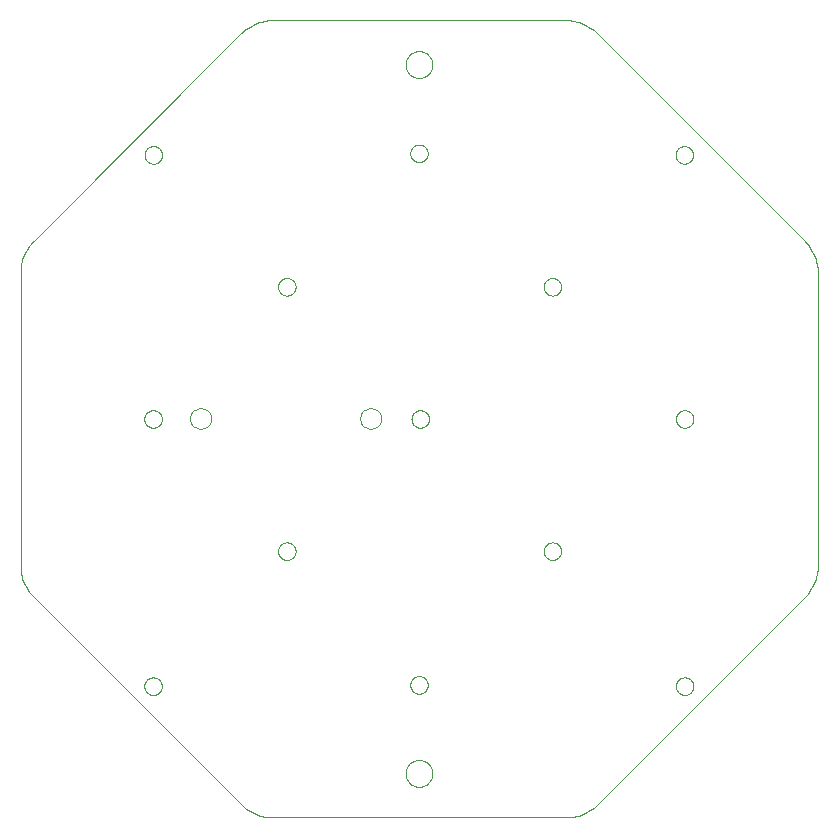
<source format=gbr>
%TF.GenerationSoftware,KiCad,Pcbnew,8.0.5-8.0.5-0~ubuntu24.04.1*%
%TF.CreationDate,2024-09-18T14:46:25+03:00*%
%TF.ProjectId,PMOD1,504d4f44-312e-46b6-9963-61645f706362,rev?*%
%TF.SameCoordinates,Original*%
%TF.FileFunction,Profile,NP*%
%FSLAX46Y46*%
G04 Gerber Fmt 4.6, Leading zero omitted, Abs format (unit mm)*
G04 Created by KiCad (PCBNEW 8.0.5-8.0.5-0~ubuntu24.04.1) date 2024-09-18 14:46:25*
%MOMM*%
%LPD*%
G01*
G04 APERTURE LIST*
%TA.AperFunction,Profile*%
%ADD10C,0.100000*%
%TD*%
G04 APERTURE END LIST*
D10*
X164820659Y-102352344D02*
X164858282Y-102355205D01*
X164895358Y-102359916D01*
X164931840Y-102366431D01*
X164967682Y-102374703D01*
X165002837Y-102384686D01*
X165037259Y-102396333D01*
X165070902Y-102409598D01*
X165103718Y-102424434D01*
X165135661Y-102440794D01*
X165166685Y-102458632D01*
X165196743Y-102477902D01*
X165225788Y-102498557D01*
X165253774Y-102520549D01*
X165280655Y-102543834D01*
X165306384Y-102568364D01*
X165330914Y-102594093D01*
X165354198Y-102620973D01*
X165376191Y-102648960D01*
X165396846Y-102678005D01*
X165416116Y-102708063D01*
X165433954Y-102739087D01*
X165450314Y-102771030D01*
X165465150Y-102803846D01*
X165478415Y-102837489D01*
X165490062Y-102871911D01*
X165500045Y-102907067D01*
X165508317Y-102942909D01*
X165514832Y-102979391D01*
X165519544Y-103016467D01*
X165522404Y-103054090D01*
X165523368Y-103092213D01*
X165522404Y-103130336D01*
X165519544Y-103167959D01*
X165514832Y-103205035D01*
X165508317Y-103241517D01*
X165500045Y-103277360D01*
X165490062Y-103312515D01*
X165478415Y-103346937D01*
X165465150Y-103380580D01*
X165450314Y-103413396D01*
X165433954Y-103445339D01*
X165416116Y-103476363D01*
X165396846Y-103506421D01*
X165376191Y-103535466D01*
X165354198Y-103563453D01*
X165330914Y-103590333D01*
X165306384Y-103616062D01*
X165280655Y-103640592D01*
X165253774Y-103663877D01*
X165225788Y-103685870D01*
X165196743Y-103706524D01*
X165166685Y-103725794D01*
X165135661Y-103743632D01*
X165103718Y-103759993D01*
X165070902Y-103774828D01*
X165037259Y-103788093D01*
X165002837Y-103799740D01*
X164967682Y-103809723D01*
X164931840Y-103817995D01*
X164895358Y-103824510D01*
X164858282Y-103829222D01*
X164820659Y-103832082D01*
X164782536Y-103833046D01*
X164744413Y-103832082D01*
X164706790Y-103829222D01*
X164669714Y-103824510D01*
X164633232Y-103817995D01*
X164597390Y-103809723D01*
X164562234Y-103799740D01*
X164527812Y-103788093D01*
X164494170Y-103774828D01*
X164461354Y-103759993D01*
X164429410Y-103743632D01*
X164398387Y-103725794D01*
X164368329Y-103706524D01*
X164339283Y-103685870D01*
X164311297Y-103663877D01*
X164284416Y-103640592D01*
X164258687Y-103616062D01*
X164234157Y-103590333D01*
X164210873Y-103563453D01*
X164188880Y-103535466D01*
X164168225Y-103506421D01*
X164148955Y-103476363D01*
X164131117Y-103445339D01*
X164114757Y-103413396D01*
X164099921Y-103380580D01*
X164086656Y-103346937D01*
X164075009Y-103312515D01*
X164065026Y-103277360D01*
X164056754Y-103241517D01*
X164050239Y-103205035D01*
X164045528Y-103167959D01*
X164042667Y-103130336D01*
X164041703Y-103092213D01*
X164042667Y-103054090D01*
X164045528Y-103016467D01*
X164050239Y-102979391D01*
X164056754Y-102942909D01*
X164065026Y-102907067D01*
X164075009Y-102871911D01*
X164086656Y-102837489D01*
X164099921Y-102803846D01*
X164114757Y-102771030D01*
X164131117Y-102739087D01*
X164148955Y-102708063D01*
X164168225Y-102678005D01*
X164188880Y-102648960D01*
X164210873Y-102620973D01*
X164234157Y-102594093D01*
X164258687Y-102568364D01*
X164284416Y-102543834D01*
X164311297Y-102520549D01*
X164339283Y-102498557D01*
X164368329Y-102477902D01*
X164398387Y-102458632D01*
X164429410Y-102440794D01*
X164461354Y-102424434D01*
X164494170Y-102409598D01*
X164527812Y-102396333D01*
X164562234Y-102384686D01*
X164597390Y-102374703D01*
X164633232Y-102366431D01*
X164669714Y-102359916D01*
X164706790Y-102355205D01*
X164744413Y-102352344D01*
X164782536Y-102351380D01*
X164820659Y-102352344D01*
X131139203Y-113544219D02*
X131176826Y-113547080D01*
X131213902Y-113551791D01*
X131250384Y-113558306D01*
X131286226Y-113566579D01*
X131321381Y-113576561D01*
X131355804Y-113588209D01*
X131389446Y-113601473D01*
X131422262Y-113616309D01*
X131454206Y-113632669D01*
X131485229Y-113650508D01*
X131515287Y-113669777D01*
X131544333Y-113690432D01*
X131572319Y-113712425D01*
X131599200Y-113735710D01*
X131624928Y-113760240D01*
X131649458Y-113785968D01*
X131672743Y-113812849D01*
X131694736Y-113840835D01*
X131715391Y-113869881D01*
X131734660Y-113899939D01*
X131752499Y-113930962D01*
X131768859Y-113962906D01*
X131783695Y-113995722D01*
X131796959Y-114029364D01*
X131808607Y-114063787D01*
X131818589Y-114098942D01*
X131826862Y-114134784D01*
X131833377Y-114171266D01*
X131838088Y-114208342D01*
X131840949Y-114245965D01*
X131841913Y-114284089D01*
X131840949Y-114322212D01*
X131838088Y-114359835D01*
X131833377Y-114396911D01*
X131826862Y-114433393D01*
X131818589Y-114469235D01*
X131808607Y-114504390D01*
X131796959Y-114538813D01*
X131783695Y-114572455D01*
X131768859Y-114605271D01*
X131752499Y-114637215D01*
X131734660Y-114668238D01*
X131715391Y-114698296D01*
X131694736Y-114727342D01*
X131672743Y-114755328D01*
X131649458Y-114782209D01*
X131624928Y-114807938D01*
X131599200Y-114832467D01*
X131572319Y-114855752D01*
X131544333Y-114877745D01*
X131515287Y-114898400D01*
X131485229Y-114917669D01*
X131454206Y-114935508D01*
X131422262Y-114951868D01*
X131389446Y-114966704D01*
X131355804Y-114979968D01*
X131321381Y-114991616D01*
X131286226Y-115001599D01*
X131250384Y-115009871D01*
X131213902Y-115016386D01*
X131176826Y-115021097D01*
X131139203Y-115023958D01*
X131101079Y-115024922D01*
X131062956Y-115023958D01*
X131025333Y-115021097D01*
X130988257Y-115016386D01*
X130951775Y-115009871D01*
X130915933Y-115001599D01*
X130880778Y-114991616D01*
X130846355Y-114979968D01*
X130812713Y-114966704D01*
X130779897Y-114951868D01*
X130747953Y-114935508D01*
X130716930Y-114917669D01*
X130686872Y-114898400D01*
X130657826Y-114877745D01*
X130629840Y-114855752D01*
X130602959Y-114832467D01*
X130577230Y-114807938D01*
X130552701Y-114782209D01*
X130529416Y-114755328D01*
X130507423Y-114727342D01*
X130486768Y-114698296D01*
X130467499Y-114668238D01*
X130449660Y-114637215D01*
X130433300Y-114605271D01*
X130418464Y-114572455D01*
X130405200Y-114538813D01*
X130393552Y-114504390D01*
X130383569Y-114469235D01*
X130375297Y-114433393D01*
X130368782Y-114396911D01*
X130364071Y-114359835D01*
X130361210Y-114322212D01*
X130360246Y-114284089D01*
X130361210Y-114245965D01*
X130364071Y-114208342D01*
X130368782Y-114171266D01*
X130375297Y-114134784D01*
X130383569Y-114098942D01*
X130393552Y-114063787D01*
X130405200Y-114029364D01*
X130418464Y-113995722D01*
X130433300Y-113962906D01*
X130449660Y-113930962D01*
X130467499Y-113899939D01*
X130486768Y-113869881D01*
X130507423Y-113840835D01*
X130529416Y-113812849D01*
X130552701Y-113785968D01*
X130577230Y-113760240D01*
X130602959Y-113735710D01*
X130629840Y-113712425D01*
X130657826Y-113690432D01*
X130686872Y-113669777D01*
X130716930Y-113650508D01*
X130747953Y-113632669D01*
X130779897Y-113616309D01*
X130812713Y-113601473D01*
X130846355Y-113588209D01*
X130880778Y-113576561D01*
X130915933Y-113566579D01*
X130951775Y-113558306D01*
X130988257Y-113551791D01*
X131025333Y-113547080D01*
X131062956Y-113544219D01*
X131101079Y-113543255D01*
X131139203Y-113544219D01*
X119841496Y-79995055D02*
X119879119Y-79997916D01*
X119916195Y-80002627D01*
X119952677Y-80009142D01*
X119988519Y-80017415D01*
X120023675Y-80027398D01*
X120058097Y-80039045D01*
X120091739Y-80052310D01*
X120124556Y-80067145D01*
X120156499Y-80083506D01*
X120187523Y-80101344D01*
X120217581Y-80120614D01*
X120246626Y-80141268D01*
X120274612Y-80163261D01*
X120301493Y-80186546D01*
X120327222Y-80211076D01*
X120351752Y-80236805D01*
X120375037Y-80263685D01*
X120397029Y-80291672D01*
X120417684Y-80320717D01*
X120436954Y-80350775D01*
X120454792Y-80381799D01*
X120471152Y-80413742D01*
X120485988Y-80446558D01*
X120499253Y-80480200D01*
X120510900Y-80514623D01*
X120520883Y-80549778D01*
X120529155Y-80585620D01*
X120535670Y-80622102D01*
X120540381Y-80659178D01*
X120543242Y-80696801D01*
X120544206Y-80734924D01*
X120543242Y-80773047D01*
X120540381Y-80810670D01*
X120535670Y-80847745D01*
X120529155Y-80884228D01*
X120520883Y-80920070D01*
X120510900Y-80955225D01*
X120499253Y-80989647D01*
X120485988Y-81023290D01*
X120471152Y-81056106D01*
X120454792Y-81088049D01*
X120436954Y-81119073D01*
X120417684Y-81149131D01*
X120397029Y-81178176D01*
X120375037Y-81206163D01*
X120351752Y-81233043D01*
X120327222Y-81258772D01*
X120301493Y-81283302D01*
X120274612Y-81306587D01*
X120246626Y-81328580D01*
X120217581Y-81349234D01*
X120187523Y-81368504D01*
X120156499Y-81386343D01*
X120124556Y-81402703D01*
X120091739Y-81417539D01*
X120058097Y-81430803D01*
X120023675Y-81442451D01*
X119988519Y-81452434D01*
X119952677Y-81460706D01*
X119916195Y-81467221D01*
X119879119Y-81471932D01*
X119841496Y-81474793D01*
X119803373Y-81475757D01*
X119765249Y-81474793D01*
X119727627Y-81471932D01*
X119690551Y-81467221D01*
X119654069Y-81460706D01*
X119618226Y-81452434D01*
X119583071Y-81442451D01*
X119548649Y-81430803D01*
X119515006Y-81417539D01*
X119482190Y-81402703D01*
X119450247Y-81386343D01*
X119419223Y-81368504D01*
X119389165Y-81349234D01*
X119360120Y-81328580D01*
X119332133Y-81306587D01*
X119305252Y-81283302D01*
X119279524Y-81258772D01*
X119254994Y-81233043D01*
X119231709Y-81206163D01*
X119209716Y-81178176D01*
X119189062Y-81149131D01*
X119169792Y-81119073D01*
X119151954Y-81088049D01*
X119135593Y-81056106D01*
X119120758Y-81023290D01*
X119107493Y-80989647D01*
X119095846Y-80955225D01*
X119085863Y-80920070D01*
X119077591Y-80884228D01*
X119071076Y-80847745D01*
X119066364Y-80810670D01*
X119063504Y-80773047D01*
X119062540Y-80734924D01*
X119063504Y-80696801D01*
X119066364Y-80659178D01*
X119071076Y-80622102D01*
X119077591Y-80585620D01*
X119085863Y-80549778D01*
X119095846Y-80514623D01*
X119107493Y-80480200D01*
X119120758Y-80446558D01*
X119135593Y-80413742D01*
X119151954Y-80381799D01*
X119169792Y-80350775D01*
X119189062Y-80320717D01*
X119209716Y-80291672D01*
X119231709Y-80263685D01*
X119254994Y-80236805D01*
X119279524Y-80211076D01*
X119305252Y-80186546D01*
X119332133Y-80163261D01*
X119360120Y-80141268D01*
X119389165Y-80120614D01*
X119419223Y-80101344D01*
X119450247Y-80083506D01*
X119482190Y-80067145D01*
X119515006Y-80052310D01*
X119548649Y-80039045D01*
X119583071Y-80027398D01*
X119618226Y-80017415D01*
X119654069Y-80009142D01*
X119690551Y-80002627D01*
X119727627Y-79997916D01*
X119765249Y-79995055D01*
X119803373Y-79994091D01*
X119841496Y-79995055D01*
X154911563Y-69336014D02*
X155093826Y-69349831D01*
X155274848Y-69372717D01*
X155454321Y-69404556D01*
X155631933Y-69445232D01*
X155807374Y-69494629D01*
X155980335Y-69552629D01*
X156150506Y-69619117D01*
X156317576Y-69693977D01*
X156481235Y-69777092D01*
X156641174Y-69868346D01*
X156797082Y-69967623D01*
X156948649Y-70074806D01*
X157095565Y-70189780D01*
X157237520Y-70312427D01*
X157374204Y-70442633D01*
X174942536Y-88037424D01*
X175072742Y-88169458D01*
X175195389Y-88307382D01*
X175310363Y-88450887D01*
X175417546Y-88599664D01*
X175516823Y-88753401D01*
X175608077Y-88911789D01*
X175691192Y-89074518D01*
X175766052Y-89241278D01*
X175832540Y-89411758D01*
X175890540Y-89585649D01*
X175939937Y-89762641D01*
X175980612Y-89942423D01*
X176012452Y-90124686D01*
X176035338Y-90309119D01*
X176049155Y-90495413D01*
X176053786Y-90683257D01*
X176053786Y-115527634D01*
X176049155Y-115710827D01*
X176035338Y-115893090D01*
X176012452Y-116074112D01*
X175980612Y-116253584D01*
X175939937Y-116431196D01*
X175890540Y-116606638D01*
X175832540Y-116779599D01*
X175766052Y-116949769D01*
X175691192Y-117116839D01*
X175608077Y-117280498D01*
X175516823Y-117440436D01*
X175417546Y-117596344D01*
X175310363Y-117747911D01*
X175195389Y-117894827D01*
X175072742Y-118036782D01*
X174942536Y-118173466D01*
X157374204Y-135741795D01*
X157237513Y-135871993D01*
X157095513Y-135994595D01*
X156948474Y-136109445D01*
X156796668Y-136216389D01*
X156640366Y-136315271D01*
X156479839Y-136405937D01*
X156315360Y-136488232D01*
X156147198Y-136562000D01*
X155975626Y-136627086D01*
X155800914Y-136683336D01*
X155623335Y-136730595D01*
X155443158Y-136768707D01*
X155260656Y-136797517D01*
X155076101Y-136816871D01*
X154889762Y-136826613D01*
X154701911Y-136826588D01*
X129883993Y-136826588D01*
X129700800Y-136821957D01*
X129518538Y-136808140D01*
X129337516Y-136785254D01*
X129158044Y-136753414D01*
X128980432Y-136712739D01*
X128804991Y-136663343D01*
X128632030Y-136605342D01*
X128461859Y-136538854D01*
X128294789Y-136463994D01*
X128131130Y-136380879D01*
X127971191Y-136289625D01*
X127815283Y-136190348D01*
X127663716Y-136083164D01*
X127516800Y-135968190D01*
X127374845Y-135845542D01*
X127238161Y-135715336D01*
X109669832Y-118147007D01*
X109539626Y-118014974D01*
X109416978Y-117877049D01*
X109302004Y-117733543D01*
X109194820Y-117584767D01*
X109095543Y-117431029D01*
X109004289Y-117272641D01*
X108921174Y-117109912D01*
X108846314Y-116943153D01*
X108779826Y-116772673D01*
X108721825Y-116598782D01*
X108672429Y-116421790D01*
X108631754Y-116242008D01*
X108599914Y-116059746D01*
X108577028Y-115875313D01*
X108563211Y-115689019D01*
X108558580Y-115501175D01*
X108558580Y-90656798D01*
X108563211Y-90473605D01*
X108577028Y-90291342D01*
X108599914Y-90110320D01*
X108631754Y-89930847D01*
X108672429Y-89753235D01*
X108721825Y-89577794D01*
X108779826Y-89404833D01*
X108846314Y-89234662D01*
X108921174Y-89067592D01*
X109004289Y-88903933D01*
X109095543Y-88743994D01*
X109194820Y-88588086D01*
X109302004Y-88436519D01*
X109416978Y-88289603D01*
X109539626Y-88147648D01*
X109669832Y-88010964D01*
X127238161Y-70442633D01*
X127370194Y-70312427D01*
X127508119Y-70189780D01*
X127651625Y-70074806D01*
X127800401Y-69967623D01*
X127954139Y-69868346D01*
X128112527Y-69777092D01*
X128275256Y-69693977D01*
X128442015Y-69619117D01*
X128612495Y-69552629D01*
X128786386Y-69494629D01*
X128963378Y-69445232D01*
X129143160Y-69404556D01*
X129325422Y-69372717D01*
X129509855Y-69349831D01*
X129696149Y-69336014D01*
X129883993Y-69331383D01*
X154728370Y-69331383D01*
X154911563Y-69336014D01*
X119815037Y-124974216D02*
X119852660Y-124977077D01*
X119889735Y-124981788D01*
X119926217Y-124988303D01*
X119962059Y-124996575D01*
X119997215Y-125006558D01*
X120031637Y-125018206D01*
X120065279Y-125031470D01*
X120098095Y-125046306D01*
X120130038Y-125062667D01*
X120161062Y-125080505D01*
X120191120Y-125099775D01*
X120220166Y-125120430D01*
X120248152Y-125142423D01*
X120275033Y-125165708D01*
X120300762Y-125190238D01*
X120325292Y-125215967D01*
X120348577Y-125242848D01*
X120370570Y-125270834D01*
X120391224Y-125299880D01*
X120410494Y-125329938D01*
X120428332Y-125360962D01*
X120444693Y-125392905D01*
X120459529Y-125425722D01*
X120472794Y-125459364D01*
X120484441Y-125493787D01*
X120494424Y-125528942D01*
X120502696Y-125564784D01*
X120509211Y-125601267D01*
X120513923Y-125638343D01*
X120516783Y-125675965D01*
X120517747Y-125714089D01*
X120516783Y-125752212D01*
X120513923Y-125789834D01*
X120509211Y-125826910D01*
X120502696Y-125863392D01*
X120494424Y-125899234D01*
X120484441Y-125934389D01*
X120472794Y-125968811D01*
X120459529Y-126002454D01*
X120444693Y-126035270D01*
X120428332Y-126067213D01*
X120410494Y-126098237D01*
X120391224Y-126128295D01*
X120370570Y-126157340D01*
X120348577Y-126185327D01*
X120325292Y-126212208D01*
X120300762Y-126237936D01*
X120275033Y-126262466D01*
X120248152Y-126285751D01*
X120220166Y-126307744D01*
X120191120Y-126328399D01*
X120161062Y-126347669D01*
X120130038Y-126365507D01*
X120098095Y-126381868D01*
X120065279Y-126396704D01*
X120031637Y-126409968D01*
X119997215Y-126421616D01*
X119962059Y-126431599D01*
X119926217Y-126439871D01*
X119889735Y-126446386D01*
X119852660Y-126451097D01*
X119815037Y-126453958D01*
X119776914Y-126454922D01*
X119738791Y-126453958D01*
X119701168Y-126451097D01*
X119664092Y-126446386D01*
X119627610Y-126439871D01*
X119591767Y-126431599D01*
X119556612Y-126421616D01*
X119522189Y-126409968D01*
X119488547Y-126396704D01*
X119455731Y-126381868D01*
X119423787Y-126365507D01*
X119392763Y-126347669D01*
X119362705Y-126328399D01*
X119333659Y-126307744D01*
X119305673Y-126285751D01*
X119278792Y-126262466D01*
X119253063Y-126237936D01*
X119228533Y-126212208D01*
X119205248Y-126185327D01*
X119183255Y-126157340D01*
X119162600Y-126128295D01*
X119143331Y-126098237D01*
X119125492Y-126067213D01*
X119109132Y-126035270D01*
X119094296Y-126002454D01*
X119081031Y-125968811D01*
X119069384Y-125934389D01*
X119059401Y-125899234D01*
X119051128Y-125863392D01*
X119044613Y-125826910D01*
X119039902Y-125789834D01*
X119037041Y-125752212D01*
X119036077Y-125714089D01*
X119037041Y-125675965D01*
X119039902Y-125638343D01*
X119044613Y-125601267D01*
X119051128Y-125564784D01*
X119059401Y-125528942D01*
X119069384Y-125493787D01*
X119081031Y-125459364D01*
X119094296Y-125425722D01*
X119109132Y-125392905D01*
X119125492Y-125360962D01*
X119143331Y-125329938D01*
X119162600Y-125299880D01*
X119183255Y-125270834D01*
X119205248Y-125242848D01*
X119228533Y-125215967D01*
X119253063Y-125190238D01*
X119278792Y-125165708D01*
X119305673Y-125142423D01*
X119333659Y-125120430D01*
X119362705Y-125099775D01*
X119392763Y-125080505D01*
X119423787Y-125062667D01*
X119455731Y-125046306D01*
X119488547Y-125031470D01*
X119522189Y-125018206D01*
X119556612Y-125006558D01*
X119591767Y-124996575D01*
X119627610Y-124988303D01*
X119664092Y-124981788D01*
X119701168Y-124977077D01*
X119738791Y-124974216D01*
X119776914Y-124973252D01*
X119815037Y-124974216D01*
X119815037Y-102352344D02*
X119852660Y-102355205D01*
X119889735Y-102359916D01*
X119926217Y-102366431D01*
X119962059Y-102374703D01*
X119997215Y-102384686D01*
X120031637Y-102396333D01*
X120065279Y-102409598D01*
X120098095Y-102424434D01*
X120130038Y-102440794D01*
X120161062Y-102458632D01*
X120191120Y-102477902D01*
X120220166Y-102498557D01*
X120248152Y-102520549D01*
X120275033Y-102543834D01*
X120300762Y-102568364D01*
X120325292Y-102594093D01*
X120348577Y-102620973D01*
X120370570Y-102648960D01*
X120391224Y-102678005D01*
X120410494Y-102708063D01*
X120428332Y-102739087D01*
X120444693Y-102771030D01*
X120459529Y-102803846D01*
X120472794Y-102837489D01*
X120484441Y-102871911D01*
X120494424Y-102907067D01*
X120502696Y-102942909D01*
X120509211Y-102979391D01*
X120513923Y-103016467D01*
X120516783Y-103054090D01*
X120517747Y-103092213D01*
X120516783Y-103130336D01*
X120513923Y-103167959D01*
X120509211Y-103205035D01*
X120502696Y-103241517D01*
X120494424Y-103277360D01*
X120484441Y-103312515D01*
X120472794Y-103346937D01*
X120459529Y-103380580D01*
X120444693Y-103413396D01*
X120428332Y-103445339D01*
X120410494Y-103476363D01*
X120391224Y-103506421D01*
X120370570Y-103535466D01*
X120348577Y-103563453D01*
X120325292Y-103590333D01*
X120300762Y-103616062D01*
X120275033Y-103640592D01*
X120248152Y-103663877D01*
X120220166Y-103685870D01*
X120191120Y-103706524D01*
X120161062Y-103725794D01*
X120130038Y-103743632D01*
X120098095Y-103759993D01*
X120065279Y-103774828D01*
X120031637Y-103788093D01*
X119997215Y-103799740D01*
X119962059Y-103809723D01*
X119926217Y-103817995D01*
X119889735Y-103824510D01*
X119852660Y-103829222D01*
X119815037Y-103832082D01*
X119776914Y-103833046D01*
X119738791Y-103832082D01*
X119701168Y-103829222D01*
X119664092Y-103824510D01*
X119627610Y-103817995D01*
X119591767Y-103809723D01*
X119556612Y-103799740D01*
X119522189Y-103788093D01*
X119488547Y-103774828D01*
X119455731Y-103759993D01*
X119423787Y-103743632D01*
X119392763Y-103725794D01*
X119362705Y-103706524D01*
X119333659Y-103685870D01*
X119305673Y-103663877D01*
X119278792Y-103640592D01*
X119253063Y-103616062D01*
X119228533Y-103590333D01*
X119205248Y-103563453D01*
X119183255Y-103535466D01*
X119162600Y-103506421D01*
X119143331Y-103476363D01*
X119125492Y-103445339D01*
X119109132Y-103413396D01*
X119094296Y-103380580D01*
X119081031Y-103346937D01*
X119069384Y-103312515D01*
X119059401Y-103277360D01*
X119051128Y-103241517D01*
X119044613Y-103205035D01*
X119039902Y-103167959D01*
X119037041Y-103130336D01*
X119036077Y-103092213D01*
X119037041Y-103054090D01*
X119039902Y-103016467D01*
X119044613Y-102979391D01*
X119051128Y-102942909D01*
X119059401Y-102907067D01*
X119069384Y-102871911D01*
X119081031Y-102837489D01*
X119094296Y-102803846D01*
X119109132Y-102771030D01*
X119125492Y-102739087D01*
X119143331Y-102708063D01*
X119162600Y-102678005D01*
X119183255Y-102648960D01*
X119205248Y-102620973D01*
X119228533Y-102594093D01*
X119253063Y-102568364D01*
X119278792Y-102543834D01*
X119305673Y-102520549D01*
X119333659Y-102498557D01*
X119362705Y-102477902D01*
X119392763Y-102458632D01*
X119423787Y-102440794D01*
X119455731Y-102424434D01*
X119488547Y-102409598D01*
X119522189Y-102396333D01*
X119556612Y-102384686D01*
X119591767Y-102374703D01*
X119627610Y-102366431D01*
X119664092Y-102359916D01*
X119701168Y-102355205D01*
X119738791Y-102352344D01*
X119776914Y-102351380D01*
X119815037Y-102352344D01*
X142351501Y-131959737D02*
X142409279Y-131964130D01*
X142466217Y-131971365D01*
X142522244Y-131981370D01*
X142577287Y-131994074D01*
X142631275Y-132009405D01*
X142684138Y-132027292D01*
X142735803Y-132047663D01*
X142786199Y-132070447D01*
X142835255Y-132095571D01*
X142882899Y-132122966D01*
X142929059Y-132152559D01*
X142973665Y-132184279D01*
X143016644Y-132218053D01*
X143057925Y-132253812D01*
X143097436Y-132291483D01*
X143135107Y-132330995D01*
X143170866Y-132372277D01*
X143204641Y-132415256D01*
X143236360Y-132459861D01*
X143265953Y-132506022D01*
X143293347Y-132553666D01*
X143318472Y-132602722D01*
X143341256Y-132653118D01*
X143361626Y-132704783D01*
X143379513Y-132757646D01*
X143394844Y-132811635D01*
X143407548Y-132866678D01*
X143417553Y-132922704D01*
X143424788Y-132979642D01*
X143429181Y-133037420D01*
X143430662Y-133095967D01*
X143429181Y-133154513D01*
X143424788Y-133212290D01*
X143417553Y-133269227D01*
X143407548Y-133325253D01*
X143394844Y-133380296D01*
X143379513Y-133434284D01*
X143361626Y-133487146D01*
X143341256Y-133538811D01*
X143318472Y-133589207D01*
X143293347Y-133638263D01*
X143265953Y-133685906D01*
X143236360Y-133732066D01*
X143204641Y-133776672D01*
X143170866Y-133819651D01*
X143135107Y-133860932D01*
X143097436Y-133900443D01*
X143057925Y-133938114D01*
X143016644Y-133973873D01*
X142973665Y-134007648D01*
X142929059Y-134039367D01*
X142882899Y-134068960D01*
X142835255Y-134096355D01*
X142786199Y-134121479D01*
X142735803Y-134144263D01*
X142684138Y-134164634D01*
X142631275Y-134182521D01*
X142577287Y-134197852D01*
X142522244Y-134210556D01*
X142466217Y-134220561D01*
X142409279Y-134227796D01*
X142351501Y-134232189D01*
X142292955Y-134233670D01*
X142234408Y-134232189D01*
X142176630Y-134227796D01*
X142119692Y-134220561D01*
X142063666Y-134210556D01*
X142008623Y-134197852D01*
X141954634Y-134182521D01*
X141901771Y-134164634D01*
X141850106Y-134144263D01*
X141799710Y-134121479D01*
X141750654Y-134096355D01*
X141703010Y-134068960D01*
X141656849Y-134039367D01*
X141612244Y-134007648D01*
X141569265Y-133973873D01*
X141527983Y-133938114D01*
X141488472Y-133900443D01*
X141450800Y-133860932D01*
X141415042Y-133819651D01*
X141381267Y-133776672D01*
X141349547Y-133732066D01*
X141319954Y-133685906D01*
X141292560Y-133638263D01*
X141267435Y-133589207D01*
X141244651Y-133538811D01*
X141224280Y-133487146D01*
X141206393Y-133434284D01*
X141191062Y-133380296D01*
X141178359Y-133325253D01*
X141168353Y-133269227D01*
X141161118Y-133212290D01*
X141156725Y-133154513D01*
X141155244Y-133095967D01*
X141156725Y-133037420D01*
X141161118Y-132979642D01*
X141168353Y-132922704D01*
X141178359Y-132866678D01*
X141191062Y-132811635D01*
X141206393Y-132757646D01*
X141224280Y-132704783D01*
X141244651Y-132653118D01*
X141267435Y-132602722D01*
X141292560Y-132553666D01*
X141319954Y-132506022D01*
X141349547Y-132459861D01*
X141381267Y-132415256D01*
X141415042Y-132372277D01*
X141450800Y-132330995D01*
X141488472Y-132291483D01*
X141527983Y-132253812D01*
X141569265Y-132218053D01*
X141612244Y-132184279D01*
X141656849Y-132152559D01*
X141703010Y-132122966D01*
X141750654Y-132095571D01*
X141799710Y-132070447D01*
X141850106Y-132047663D01*
X141901771Y-132027292D01*
X141954634Y-132009405D01*
X142008623Y-131994074D01*
X142063666Y-131981370D01*
X142119692Y-131971365D01*
X142176630Y-131964130D01*
X142234408Y-131959737D01*
X142292955Y-131958256D01*
X142351501Y-131959737D01*
X142351501Y-71952238D02*
X142409279Y-71956631D01*
X142466217Y-71963866D01*
X142522244Y-71973872D01*
X142577287Y-71986575D01*
X142631275Y-72001907D01*
X142684138Y-72019793D01*
X142735803Y-72040164D01*
X142786199Y-72062948D01*
X142835255Y-72088073D01*
X142882899Y-72115467D01*
X142929059Y-72145060D01*
X142973665Y-72176780D01*
X143016644Y-72210555D01*
X143057925Y-72246313D01*
X143097436Y-72283984D01*
X143135107Y-72323496D01*
X143170866Y-72364778D01*
X143204641Y-72407757D01*
X143236360Y-72452362D01*
X143265953Y-72498523D01*
X143293347Y-72546166D01*
X143318472Y-72595222D01*
X143341256Y-72645618D01*
X143361626Y-72697283D01*
X143379513Y-72750146D01*
X143394844Y-72804135D01*
X143407548Y-72859178D01*
X143417553Y-72915204D01*
X143424788Y-72972142D01*
X143429181Y-73029919D01*
X143430662Y-73088466D01*
X143429181Y-73147012D01*
X143424788Y-73204790D01*
X143417553Y-73261727D01*
X143407548Y-73317754D01*
X143394844Y-73372797D01*
X143379513Y-73426785D01*
X143361626Y-73479648D01*
X143341256Y-73531313D01*
X143318472Y-73581709D01*
X143293347Y-73630765D01*
X143265953Y-73678409D01*
X143236360Y-73724569D01*
X143204641Y-73769175D01*
X143170866Y-73812154D01*
X143135107Y-73853435D01*
X143097436Y-73892947D01*
X143057925Y-73930618D01*
X143016644Y-73966377D01*
X142973665Y-74000152D01*
X142929059Y-74031871D01*
X142882899Y-74061464D01*
X142835255Y-74088859D01*
X142786199Y-74113983D01*
X142735803Y-74136767D01*
X142684138Y-74157138D01*
X142631275Y-74175025D01*
X142577287Y-74190356D01*
X142522244Y-74203060D01*
X142466217Y-74213065D01*
X142409279Y-74220300D01*
X142351501Y-74224693D01*
X142292955Y-74226174D01*
X142234408Y-74224693D01*
X142176630Y-74220300D01*
X142119692Y-74213065D01*
X142063666Y-74203060D01*
X142008623Y-74190356D01*
X141954634Y-74175025D01*
X141901771Y-74157138D01*
X141850106Y-74136767D01*
X141799710Y-74113983D01*
X141750654Y-74088859D01*
X141703010Y-74061464D01*
X141656849Y-74031871D01*
X141612244Y-74000152D01*
X141569265Y-73966377D01*
X141527983Y-73930618D01*
X141488472Y-73892947D01*
X141450800Y-73853435D01*
X141415042Y-73812154D01*
X141381267Y-73769175D01*
X141349547Y-73724569D01*
X141319954Y-73678409D01*
X141292560Y-73630765D01*
X141267435Y-73581709D01*
X141244651Y-73531313D01*
X141224280Y-73479648D01*
X141206393Y-73426785D01*
X141191062Y-73372797D01*
X141178359Y-73317754D01*
X141168353Y-73261727D01*
X141161118Y-73204790D01*
X141156725Y-73147012D01*
X141155244Y-73088466D01*
X141156725Y-73029919D01*
X141161118Y-72972142D01*
X141168353Y-72915204D01*
X141178359Y-72859178D01*
X141191062Y-72804135D01*
X141206393Y-72750146D01*
X141224280Y-72697283D01*
X141244651Y-72645618D01*
X141267435Y-72595222D01*
X141292560Y-72546166D01*
X141319954Y-72498523D01*
X141349547Y-72452362D01*
X141381267Y-72407757D01*
X141415042Y-72364778D01*
X141450800Y-72323496D01*
X141488472Y-72283984D01*
X141527983Y-72246313D01*
X141569265Y-72210555D01*
X141612244Y-72176780D01*
X141656849Y-72145060D01*
X141703010Y-72115467D01*
X141750654Y-72088073D01*
X141799710Y-72062948D01*
X141850106Y-72040164D01*
X141901771Y-72019793D01*
X141954634Y-72001907D01*
X142008623Y-71986575D01*
X142063666Y-71973872D01*
X142119692Y-71963866D01*
X142176630Y-71956631D01*
X142234408Y-71952238D01*
X142292955Y-71950757D01*
X142351501Y-71952238D01*
X142331078Y-124868385D02*
X142368701Y-124871245D01*
X142405777Y-124875957D01*
X142442259Y-124882472D01*
X142478101Y-124890744D01*
X142513257Y-124900727D01*
X142547679Y-124912374D01*
X142581322Y-124925639D01*
X142614138Y-124940475D01*
X142646081Y-124956836D01*
X142677105Y-124974674D01*
X142707163Y-124993944D01*
X142736208Y-125014598D01*
X142764195Y-125036591D01*
X142791075Y-125059876D01*
X142816804Y-125084406D01*
X142841334Y-125110135D01*
X142864619Y-125137016D01*
X142886611Y-125165002D01*
X142907266Y-125194048D01*
X142926536Y-125224106D01*
X142944374Y-125255130D01*
X142960734Y-125287073D01*
X142975570Y-125319889D01*
X142988835Y-125353531D01*
X143000482Y-125387953D01*
X143010465Y-125423109D01*
X143018737Y-125458951D01*
X143025252Y-125495433D01*
X143029963Y-125532508D01*
X143032824Y-125570131D01*
X143033788Y-125608254D01*
X143032824Y-125646377D01*
X143029963Y-125684000D01*
X143025252Y-125721076D01*
X143018737Y-125757558D01*
X143010465Y-125793401D01*
X143000482Y-125828556D01*
X142988835Y-125862979D01*
X142975570Y-125896621D01*
X142960734Y-125929437D01*
X142944374Y-125961381D01*
X142926536Y-125992405D01*
X142907266Y-126022463D01*
X142886611Y-126051509D01*
X142864619Y-126079495D01*
X142841334Y-126106376D01*
X142816804Y-126132105D01*
X142791075Y-126156635D01*
X142764195Y-126179920D01*
X142736208Y-126201913D01*
X142707163Y-126222568D01*
X142677105Y-126241837D01*
X142646081Y-126259676D01*
X142614138Y-126276036D01*
X142581322Y-126290872D01*
X142547679Y-126304137D01*
X142513257Y-126315784D01*
X142478101Y-126325767D01*
X142442259Y-126334040D01*
X142405777Y-126340555D01*
X142368701Y-126345266D01*
X142331078Y-126348127D01*
X142292955Y-126349091D01*
X142254832Y-126348127D01*
X142217209Y-126345266D01*
X142180133Y-126340555D01*
X142143651Y-126334040D01*
X142107808Y-126325767D01*
X142072653Y-126315784D01*
X142038231Y-126304137D01*
X142004588Y-126290872D01*
X141971772Y-126276036D01*
X141939829Y-126259676D01*
X141908805Y-126241837D01*
X141878747Y-126222568D01*
X141849702Y-126201913D01*
X141821715Y-126179920D01*
X141794835Y-126156635D01*
X141769106Y-126132105D01*
X141744576Y-126106376D01*
X141721291Y-126079495D01*
X141699298Y-126051509D01*
X141678644Y-126022463D01*
X141659374Y-125992405D01*
X141641536Y-125961381D01*
X141625175Y-125929437D01*
X141610340Y-125896621D01*
X141597075Y-125862979D01*
X141585428Y-125828556D01*
X141575445Y-125793401D01*
X141567173Y-125757558D01*
X141560658Y-125721076D01*
X141555946Y-125684000D01*
X141553086Y-125646377D01*
X141552122Y-125608254D01*
X141553086Y-125570131D01*
X141555946Y-125532508D01*
X141560658Y-125495433D01*
X141567173Y-125458951D01*
X141575445Y-125423109D01*
X141585428Y-125387953D01*
X141597075Y-125353531D01*
X141610340Y-125319889D01*
X141625175Y-125287073D01*
X141641536Y-125255130D01*
X141659374Y-125224106D01*
X141678644Y-125194048D01*
X141699298Y-125165002D01*
X141721291Y-125137016D01*
X141744576Y-125110135D01*
X141769106Y-125084406D01*
X141794835Y-125059876D01*
X141821715Y-125036591D01*
X141849702Y-125014598D01*
X141878747Y-124993944D01*
X141908805Y-124974674D01*
X141939829Y-124956836D01*
X141971772Y-124940475D01*
X142004588Y-124925639D01*
X142038231Y-124912374D01*
X142072653Y-124900727D01*
X142107808Y-124890744D01*
X142143651Y-124882472D01*
X142180133Y-124875957D01*
X142217209Y-124871245D01*
X142254832Y-124868385D01*
X142292955Y-124867421D01*
X142331078Y-124868385D01*
X164794200Y-79995055D02*
X164831823Y-79997916D01*
X164868899Y-80002627D01*
X164905381Y-80009142D01*
X164941223Y-80017415D01*
X164976379Y-80027398D01*
X165010801Y-80039045D01*
X165044443Y-80052310D01*
X165077259Y-80067145D01*
X165109202Y-80083506D01*
X165140226Y-80101344D01*
X165170284Y-80120614D01*
X165199330Y-80141268D01*
X165227316Y-80163261D01*
X165254197Y-80186546D01*
X165279926Y-80211076D01*
X165304456Y-80236805D01*
X165327740Y-80263685D01*
X165349733Y-80291672D01*
X165370388Y-80320717D01*
X165389658Y-80350775D01*
X165407496Y-80381799D01*
X165423856Y-80413742D01*
X165438692Y-80446558D01*
X165451957Y-80480200D01*
X165463604Y-80514623D01*
X165473587Y-80549778D01*
X165481859Y-80585620D01*
X165488375Y-80622102D01*
X165493086Y-80659178D01*
X165495947Y-80696801D01*
X165496911Y-80734924D01*
X165495947Y-80773047D01*
X165493086Y-80810670D01*
X165488375Y-80847745D01*
X165481859Y-80884228D01*
X165473587Y-80920070D01*
X165463604Y-80955225D01*
X165451957Y-80989647D01*
X165438692Y-81023290D01*
X165423856Y-81056106D01*
X165407496Y-81088049D01*
X165389658Y-81119073D01*
X165370388Y-81149131D01*
X165349733Y-81178176D01*
X165327740Y-81206163D01*
X165304456Y-81233043D01*
X165279926Y-81258772D01*
X165254197Y-81283302D01*
X165227316Y-81306587D01*
X165199330Y-81328580D01*
X165170284Y-81349234D01*
X165140226Y-81368504D01*
X165109202Y-81386343D01*
X165077259Y-81402703D01*
X165044443Y-81417539D01*
X165010801Y-81430803D01*
X164976379Y-81442451D01*
X164941223Y-81452434D01*
X164905381Y-81460706D01*
X164868899Y-81467221D01*
X164831823Y-81471932D01*
X164794200Y-81474793D01*
X164756077Y-81475757D01*
X164717954Y-81474793D01*
X164680331Y-81471932D01*
X164643256Y-81467221D01*
X164606774Y-81460706D01*
X164570932Y-81452434D01*
X164535776Y-81442451D01*
X164501354Y-81430803D01*
X164467712Y-81417539D01*
X164434896Y-81402703D01*
X164402952Y-81386343D01*
X164371928Y-81368504D01*
X164341871Y-81349234D01*
X164312825Y-81328580D01*
X164284839Y-81306587D01*
X164257958Y-81283302D01*
X164232229Y-81258772D01*
X164207700Y-81233043D01*
X164184415Y-81206163D01*
X164162422Y-81178176D01*
X164141767Y-81149131D01*
X164122498Y-81119073D01*
X164104659Y-81088049D01*
X164088299Y-81056106D01*
X164073463Y-81023290D01*
X164060198Y-80989647D01*
X164048551Y-80955225D01*
X164038568Y-80920070D01*
X164030296Y-80884228D01*
X164023781Y-80847745D01*
X164019070Y-80810670D01*
X164016209Y-80773047D01*
X164015245Y-80734924D01*
X164016209Y-80696801D01*
X164019070Y-80659178D01*
X164023781Y-80622102D01*
X164030296Y-80585620D01*
X164038568Y-80549778D01*
X164048551Y-80514623D01*
X164060198Y-80480200D01*
X164073463Y-80446558D01*
X164088299Y-80413742D01*
X164104659Y-80381799D01*
X164122498Y-80350775D01*
X164141767Y-80320717D01*
X164162422Y-80291672D01*
X164184415Y-80263685D01*
X164207700Y-80236805D01*
X164232229Y-80211076D01*
X164257958Y-80186546D01*
X164284839Y-80163261D01*
X164312825Y-80141268D01*
X164341871Y-80120614D01*
X164371928Y-80101344D01*
X164402952Y-80083506D01*
X164434896Y-80067145D01*
X164467712Y-80052310D01*
X164501354Y-80039045D01*
X164535776Y-80027398D01*
X164570932Y-80017415D01*
X164606774Y-80009142D01*
X164643256Y-80002627D01*
X164680331Y-79997916D01*
X164717954Y-79995055D01*
X164756077Y-79994091D01*
X164794200Y-79995055D01*
X131139203Y-91160470D02*
X131176826Y-91163331D01*
X131213902Y-91168042D01*
X131250384Y-91174557D01*
X131286226Y-91182830D01*
X131321381Y-91192813D01*
X131355804Y-91204460D01*
X131389446Y-91217725D01*
X131422262Y-91232561D01*
X131454206Y-91248921D01*
X131485229Y-91266760D01*
X131515287Y-91286029D01*
X131544333Y-91306684D01*
X131572319Y-91328677D01*
X131599200Y-91351962D01*
X131624928Y-91376492D01*
X131649458Y-91402221D01*
X131672743Y-91429101D01*
X131694736Y-91457088D01*
X131715391Y-91486133D01*
X131734660Y-91516191D01*
X131752499Y-91547215D01*
X131768859Y-91579158D01*
X131783695Y-91611975D01*
X131796959Y-91645617D01*
X131808607Y-91680039D01*
X131818589Y-91715194D01*
X131826862Y-91751036D01*
X131833377Y-91787518D01*
X131838088Y-91824594D01*
X131840949Y-91862216D01*
X131841913Y-91900340D01*
X131840949Y-91938463D01*
X131838088Y-91976085D01*
X131833377Y-92013161D01*
X131826862Y-92049643D01*
X131818589Y-92085485D01*
X131808607Y-92120641D01*
X131796959Y-92155063D01*
X131783695Y-92188706D01*
X131768859Y-92221522D01*
X131752499Y-92253465D01*
X131734660Y-92284489D01*
X131715391Y-92314547D01*
X131694736Y-92343593D01*
X131672743Y-92371579D01*
X131649458Y-92398460D01*
X131624928Y-92424189D01*
X131599200Y-92448719D01*
X131572319Y-92472004D01*
X131544333Y-92493997D01*
X131515287Y-92514651D01*
X131485229Y-92533921D01*
X131454206Y-92551760D01*
X131422262Y-92568120D01*
X131389446Y-92582956D01*
X131355804Y-92596221D01*
X131321381Y-92607868D01*
X131286226Y-92617851D01*
X131250384Y-92626124D01*
X131213902Y-92632639D01*
X131176826Y-92637350D01*
X131139203Y-92640211D01*
X131101079Y-92641175D01*
X131062956Y-92640211D01*
X131025333Y-92637350D01*
X130988257Y-92632639D01*
X130951775Y-92626124D01*
X130915933Y-92617851D01*
X130880778Y-92607868D01*
X130846355Y-92596221D01*
X130812713Y-92582956D01*
X130779897Y-92568120D01*
X130747953Y-92551760D01*
X130716930Y-92533921D01*
X130686872Y-92514651D01*
X130657826Y-92493997D01*
X130629840Y-92472004D01*
X130602959Y-92448719D01*
X130577230Y-92424189D01*
X130552701Y-92398460D01*
X130529416Y-92371579D01*
X130507423Y-92343593D01*
X130486768Y-92314547D01*
X130467499Y-92284489D01*
X130449660Y-92253465D01*
X130433300Y-92221522D01*
X130418464Y-92188706D01*
X130405200Y-92155063D01*
X130393552Y-92120641D01*
X130383569Y-92085485D01*
X130375297Y-92049643D01*
X130368782Y-92013161D01*
X130364071Y-91976085D01*
X130361210Y-91938463D01*
X130360246Y-91900340D01*
X130361210Y-91862216D01*
X130364071Y-91824594D01*
X130368782Y-91787518D01*
X130375297Y-91751036D01*
X130383569Y-91715194D01*
X130393552Y-91680039D01*
X130405200Y-91645617D01*
X130418464Y-91611975D01*
X130433300Y-91579158D01*
X130449660Y-91547215D01*
X130467499Y-91516191D01*
X130486768Y-91486133D01*
X130507423Y-91457088D01*
X130529416Y-91429101D01*
X130552701Y-91402221D01*
X130577230Y-91376492D01*
X130602959Y-91351962D01*
X130629840Y-91328677D01*
X130657826Y-91306684D01*
X130686872Y-91286029D01*
X130716930Y-91266760D01*
X130747953Y-91248921D01*
X130779897Y-91232561D01*
X130812713Y-91217725D01*
X130846355Y-91204460D01*
X130880778Y-91192813D01*
X130915933Y-91182830D01*
X130951775Y-91174557D01*
X130988257Y-91168042D01*
X131025333Y-91163331D01*
X131062956Y-91160470D01*
X131101079Y-91159506D01*
X131139203Y-91160470D01*
X164820659Y-124974216D02*
X164858282Y-124977077D01*
X164895358Y-124981788D01*
X164931840Y-124988303D01*
X164967682Y-124996575D01*
X165002837Y-125006558D01*
X165037259Y-125018206D01*
X165070902Y-125031470D01*
X165103718Y-125046306D01*
X165135661Y-125062667D01*
X165166685Y-125080505D01*
X165196743Y-125099775D01*
X165225788Y-125120430D01*
X165253774Y-125142423D01*
X165280655Y-125165708D01*
X165306384Y-125190238D01*
X165330914Y-125215967D01*
X165354198Y-125242848D01*
X165376191Y-125270834D01*
X165396846Y-125299880D01*
X165416116Y-125329938D01*
X165433954Y-125360962D01*
X165450314Y-125392905D01*
X165465150Y-125425722D01*
X165478415Y-125459364D01*
X165490062Y-125493787D01*
X165500045Y-125528942D01*
X165508317Y-125564784D01*
X165514832Y-125601267D01*
X165519544Y-125638343D01*
X165522404Y-125675965D01*
X165523368Y-125714089D01*
X165522404Y-125752212D01*
X165519544Y-125789834D01*
X165514832Y-125826910D01*
X165508317Y-125863392D01*
X165500045Y-125899234D01*
X165490062Y-125934389D01*
X165478415Y-125968811D01*
X165465150Y-126002454D01*
X165450314Y-126035270D01*
X165433954Y-126067213D01*
X165416116Y-126098237D01*
X165396846Y-126128295D01*
X165376191Y-126157340D01*
X165354198Y-126185327D01*
X165330914Y-126212208D01*
X165306384Y-126237936D01*
X165280655Y-126262466D01*
X165253774Y-126285751D01*
X165225788Y-126307744D01*
X165196743Y-126328399D01*
X165166685Y-126347669D01*
X165135661Y-126365507D01*
X165103718Y-126381868D01*
X165070902Y-126396704D01*
X165037259Y-126409968D01*
X165002837Y-126421616D01*
X164967682Y-126431599D01*
X164931840Y-126439871D01*
X164895358Y-126446386D01*
X164858282Y-126451097D01*
X164820659Y-126453958D01*
X164782536Y-126454922D01*
X164744413Y-126453958D01*
X164706790Y-126451097D01*
X164669714Y-126446386D01*
X164633232Y-126439871D01*
X164597390Y-126431599D01*
X164562234Y-126421616D01*
X164527812Y-126409968D01*
X164494170Y-126396704D01*
X164461354Y-126381868D01*
X164429410Y-126365507D01*
X164398387Y-126347669D01*
X164368329Y-126328399D01*
X164339283Y-126307744D01*
X164311297Y-126285751D01*
X164284416Y-126262466D01*
X164258687Y-126237936D01*
X164234157Y-126212208D01*
X164210873Y-126185327D01*
X164188880Y-126157340D01*
X164168225Y-126128295D01*
X164148955Y-126098237D01*
X164131117Y-126067213D01*
X164114757Y-126035270D01*
X164099921Y-126002454D01*
X164086656Y-125968811D01*
X164075009Y-125934389D01*
X164065026Y-125899234D01*
X164056754Y-125863392D01*
X164050239Y-125826910D01*
X164045528Y-125789834D01*
X164042667Y-125752212D01*
X164041703Y-125714089D01*
X164042667Y-125675965D01*
X164045528Y-125638343D01*
X164050239Y-125601267D01*
X164056754Y-125564784D01*
X164065026Y-125528942D01*
X164075009Y-125493787D01*
X164086656Y-125459364D01*
X164099921Y-125425722D01*
X164114757Y-125392905D01*
X164131117Y-125360962D01*
X164148955Y-125329938D01*
X164168225Y-125299880D01*
X164188880Y-125270834D01*
X164210873Y-125242848D01*
X164234157Y-125215967D01*
X164258687Y-125190238D01*
X164284416Y-125165708D01*
X164311297Y-125142423D01*
X164339283Y-125120430D01*
X164368329Y-125099775D01*
X164398387Y-125080505D01*
X164429410Y-125062667D01*
X164461354Y-125046306D01*
X164494170Y-125031470D01*
X164527812Y-125018206D01*
X164562234Y-125006558D01*
X164597390Y-124996575D01*
X164633232Y-124988303D01*
X164669714Y-124981788D01*
X164706790Y-124977077D01*
X164744413Y-124974216D01*
X164782536Y-124973252D01*
X164820659Y-124974216D01*
X153628785Y-91160470D02*
X153666407Y-91163331D01*
X153703483Y-91168042D01*
X153739965Y-91174557D01*
X153775807Y-91182830D01*
X153810962Y-91192813D01*
X153845384Y-91204460D01*
X153879027Y-91217725D01*
X153911843Y-91232561D01*
X153943786Y-91248921D01*
X153974810Y-91266760D01*
X154004868Y-91286029D01*
X154033913Y-91306684D01*
X154061900Y-91328677D01*
X154088780Y-91351962D01*
X154114509Y-91376492D01*
X154139039Y-91402221D01*
X154162324Y-91429101D01*
X154184317Y-91457088D01*
X154204972Y-91486133D01*
X154224241Y-91516191D01*
X154242080Y-91547215D01*
X154258440Y-91579158D01*
X154273276Y-91611975D01*
X154286541Y-91645617D01*
X154298188Y-91680039D01*
X154308171Y-91715194D01*
X154316444Y-91751036D01*
X154322959Y-91787518D01*
X154327670Y-91824594D01*
X154330531Y-91862216D01*
X154331495Y-91900340D01*
X154330531Y-91938463D01*
X154327670Y-91976085D01*
X154322959Y-92013161D01*
X154316444Y-92049643D01*
X154308171Y-92085485D01*
X154298188Y-92120641D01*
X154286541Y-92155063D01*
X154273276Y-92188706D01*
X154258440Y-92221522D01*
X154242080Y-92253465D01*
X154224241Y-92284489D01*
X154204972Y-92314547D01*
X154184317Y-92343593D01*
X154162324Y-92371579D01*
X154139039Y-92398460D01*
X154114509Y-92424189D01*
X154088780Y-92448719D01*
X154061900Y-92472004D01*
X154033913Y-92493997D01*
X154004868Y-92514651D01*
X153974810Y-92533921D01*
X153943786Y-92551760D01*
X153911843Y-92568120D01*
X153879027Y-92582956D01*
X153845384Y-92596221D01*
X153810962Y-92607868D01*
X153775807Y-92617851D01*
X153739965Y-92626124D01*
X153703483Y-92632639D01*
X153666407Y-92637350D01*
X153628785Y-92640211D01*
X153590662Y-92641175D01*
X153552538Y-92640211D01*
X153514916Y-92637350D01*
X153477840Y-92632639D01*
X153441358Y-92626124D01*
X153405516Y-92617851D01*
X153370360Y-92607868D01*
X153335938Y-92596221D01*
X153302295Y-92582956D01*
X153269479Y-92568120D01*
X153237536Y-92551760D01*
X153206512Y-92533921D01*
X153176454Y-92514651D01*
X153147408Y-92493997D01*
X153119422Y-92472004D01*
X153092541Y-92448719D01*
X153066812Y-92424189D01*
X153042282Y-92398460D01*
X153018997Y-92371579D01*
X152997004Y-92343593D01*
X152976350Y-92314547D01*
X152957080Y-92284489D01*
X152939241Y-92253465D01*
X152922881Y-92221522D01*
X152908045Y-92188706D01*
X152894780Y-92155063D01*
X152883133Y-92120641D01*
X152873150Y-92085485D01*
X152864878Y-92049643D01*
X152858362Y-92013161D01*
X152853651Y-91976085D01*
X152850790Y-91938463D01*
X152849826Y-91900340D01*
X152850790Y-91862216D01*
X152853651Y-91824594D01*
X152858362Y-91787518D01*
X152864878Y-91751036D01*
X152873150Y-91715194D01*
X152883133Y-91680039D01*
X152894780Y-91645617D01*
X152908045Y-91611975D01*
X152922881Y-91579158D01*
X152939241Y-91547215D01*
X152957080Y-91516191D01*
X152976350Y-91486133D01*
X152997004Y-91457088D01*
X153018997Y-91429101D01*
X153042282Y-91402221D01*
X153066812Y-91376492D01*
X153092541Y-91351962D01*
X153119422Y-91328677D01*
X153147408Y-91306684D01*
X153176454Y-91286029D01*
X153206512Y-91266760D01*
X153237536Y-91248921D01*
X153269479Y-91232561D01*
X153302295Y-91217725D01*
X153335938Y-91204460D01*
X153370360Y-91192813D01*
X153405516Y-91182830D01*
X153441358Y-91174557D01*
X153477840Y-91168042D01*
X153514916Y-91163331D01*
X153552538Y-91160470D01*
X153590662Y-91159506D01*
X153628785Y-91160470D01*
X142436909Y-102352344D02*
X142474532Y-102355205D01*
X142511608Y-102359916D01*
X142548090Y-102366431D01*
X142583933Y-102374703D01*
X142619088Y-102384686D01*
X142653510Y-102396333D01*
X142687153Y-102409598D01*
X142719969Y-102424434D01*
X142751912Y-102440794D01*
X142782936Y-102458632D01*
X142812994Y-102477902D01*
X142842039Y-102498557D01*
X142870026Y-102520549D01*
X142896906Y-102543834D01*
X142922635Y-102568364D01*
X142947165Y-102594093D01*
X142970450Y-102620973D01*
X142992443Y-102648960D01*
X143013097Y-102678005D01*
X143032367Y-102708063D01*
X143050205Y-102739087D01*
X143066565Y-102771030D01*
X143081401Y-102803846D01*
X143094666Y-102837489D01*
X143106313Y-102871911D01*
X143116296Y-102907067D01*
X143124568Y-102942909D01*
X143131083Y-102979391D01*
X143135795Y-103016467D01*
X143138655Y-103054090D01*
X143139619Y-103092213D01*
X143138655Y-103130336D01*
X143135795Y-103167959D01*
X143131083Y-103205035D01*
X143124568Y-103241517D01*
X143116296Y-103277360D01*
X143106313Y-103312515D01*
X143094666Y-103346937D01*
X143081401Y-103380580D01*
X143066565Y-103413396D01*
X143050205Y-103445339D01*
X143032367Y-103476363D01*
X143013097Y-103506421D01*
X142992443Y-103535466D01*
X142970450Y-103563453D01*
X142947165Y-103590333D01*
X142922635Y-103616062D01*
X142896906Y-103640592D01*
X142870026Y-103663877D01*
X142842039Y-103685870D01*
X142812994Y-103706524D01*
X142782936Y-103725794D01*
X142751912Y-103743632D01*
X142719969Y-103759993D01*
X142687153Y-103774828D01*
X142653510Y-103788093D01*
X142619088Y-103799740D01*
X142583933Y-103809723D01*
X142548090Y-103817995D01*
X142511608Y-103824510D01*
X142474532Y-103829222D01*
X142436909Y-103832082D01*
X142398786Y-103833046D01*
X142360663Y-103832082D01*
X142323040Y-103829222D01*
X142285964Y-103824510D01*
X142249482Y-103817995D01*
X142213640Y-103809723D01*
X142178484Y-103799740D01*
X142144062Y-103788093D01*
X142110419Y-103774828D01*
X142077603Y-103759993D01*
X142045660Y-103743632D01*
X142014636Y-103725794D01*
X141984578Y-103706524D01*
X141955533Y-103685870D01*
X141927546Y-103663877D01*
X141900666Y-103640592D01*
X141874937Y-103616062D01*
X141850407Y-103590333D01*
X141827122Y-103563453D01*
X141805130Y-103535466D01*
X141784475Y-103506421D01*
X141765205Y-103476363D01*
X141747367Y-103445339D01*
X141731007Y-103413396D01*
X141716171Y-103380580D01*
X141702906Y-103346937D01*
X141691259Y-103312515D01*
X141681276Y-103277360D01*
X141673004Y-103241517D01*
X141666489Y-103205035D01*
X141661778Y-103167959D01*
X141658917Y-103130336D01*
X141657953Y-103092213D01*
X141658917Y-103054090D01*
X141661778Y-103016467D01*
X141666489Y-102979391D01*
X141673004Y-102942909D01*
X141681276Y-102907067D01*
X141691259Y-102871911D01*
X141702906Y-102837489D01*
X141716171Y-102803846D01*
X141731007Y-102771030D01*
X141747367Y-102739087D01*
X141765205Y-102708063D01*
X141784475Y-102678005D01*
X141805130Y-102648960D01*
X141827122Y-102620973D01*
X141850407Y-102594093D01*
X141874937Y-102568364D01*
X141900666Y-102543834D01*
X141927546Y-102520549D01*
X141955533Y-102498557D01*
X141984578Y-102477902D01*
X142014636Y-102458632D01*
X142045660Y-102440794D01*
X142077603Y-102424434D01*
X142110419Y-102409598D01*
X142144062Y-102396333D01*
X142178484Y-102384686D01*
X142213640Y-102374703D01*
X142249482Y-102366431D01*
X142285964Y-102359916D01*
X142323040Y-102355205D01*
X142360663Y-102352344D01*
X142398786Y-102351380D01*
X142436909Y-102352344D01*
X153628785Y-113544219D02*
X153666407Y-113547080D01*
X153703483Y-113551791D01*
X153739965Y-113558306D01*
X153775807Y-113566579D01*
X153810962Y-113576561D01*
X153845384Y-113588209D01*
X153879027Y-113601473D01*
X153911843Y-113616309D01*
X153943786Y-113632669D01*
X153974810Y-113650508D01*
X154004868Y-113669777D01*
X154033913Y-113690432D01*
X154061900Y-113712425D01*
X154088780Y-113735710D01*
X154114509Y-113760240D01*
X154139039Y-113785968D01*
X154162324Y-113812849D01*
X154184317Y-113840835D01*
X154204972Y-113869881D01*
X154224241Y-113899939D01*
X154242080Y-113930962D01*
X154258440Y-113962906D01*
X154273276Y-113995722D01*
X154286541Y-114029364D01*
X154298188Y-114063787D01*
X154308171Y-114098942D01*
X154316444Y-114134784D01*
X154322959Y-114171266D01*
X154327670Y-114208342D01*
X154330531Y-114245965D01*
X154331495Y-114284089D01*
X154330531Y-114322212D01*
X154327670Y-114359835D01*
X154322959Y-114396911D01*
X154316444Y-114433393D01*
X154308171Y-114469235D01*
X154298188Y-114504390D01*
X154286541Y-114538813D01*
X154273276Y-114572455D01*
X154258440Y-114605271D01*
X154242080Y-114637215D01*
X154224241Y-114668238D01*
X154204972Y-114698296D01*
X154184317Y-114727342D01*
X154162324Y-114755328D01*
X154139039Y-114782209D01*
X154114509Y-114807938D01*
X154088780Y-114832467D01*
X154061900Y-114855752D01*
X154033913Y-114877745D01*
X154004868Y-114898400D01*
X153974810Y-114917669D01*
X153943786Y-114935508D01*
X153911843Y-114951868D01*
X153879027Y-114966704D01*
X153845384Y-114979968D01*
X153810962Y-114991616D01*
X153775807Y-115001599D01*
X153739965Y-115009871D01*
X153703483Y-115016386D01*
X153666407Y-115021097D01*
X153628785Y-115023958D01*
X153590662Y-115024922D01*
X153552538Y-115023958D01*
X153514916Y-115021097D01*
X153477840Y-115016386D01*
X153441358Y-115009871D01*
X153405516Y-115001599D01*
X153370360Y-114991616D01*
X153335938Y-114979968D01*
X153302295Y-114966704D01*
X153269479Y-114951868D01*
X153237536Y-114935508D01*
X153206512Y-114917669D01*
X153176454Y-114898400D01*
X153147408Y-114877745D01*
X153119422Y-114855752D01*
X153092541Y-114832467D01*
X153066812Y-114807938D01*
X153042282Y-114782209D01*
X153018997Y-114755328D01*
X152997004Y-114727342D01*
X152976350Y-114698296D01*
X152957080Y-114668238D01*
X152939241Y-114637215D01*
X152922881Y-114605271D01*
X152908045Y-114572455D01*
X152894780Y-114538813D01*
X152883133Y-114504390D01*
X152873150Y-114469235D01*
X152864878Y-114433393D01*
X152858362Y-114396911D01*
X152853651Y-114359835D01*
X152850790Y-114322212D01*
X152849826Y-114284089D01*
X152850790Y-114245965D01*
X152853651Y-114208342D01*
X152858362Y-114171266D01*
X152864878Y-114134784D01*
X152873150Y-114098942D01*
X152883133Y-114063787D01*
X152894780Y-114029364D01*
X152908045Y-113995722D01*
X152922881Y-113962906D01*
X152939241Y-113930962D01*
X152957080Y-113899939D01*
X152976350Y-113869881D01*
X152997004Y-113840835D01*
X153018997Y-113812849D01*
X153042282Y-113785968D01*
X153066812Y-113760240D01*
X153092541Y-113735710D01*
X153119422Y-113712425D01*
X153147408Y-113690432D01*
X153176454Y-113669777D01*
X153206512Y-113650508D01*
X153237536Y-113632669D01*
X153269479Y-113616309D01*
X153302295Y-113601473D01*
X153335938Y-113588209D01*
X153370360Y-113576561D01*
X153405516Y-113566579D01*
X153441358Y-113558306D01*
X153477840Y-113551791D01*
X153514916Y-113547080D01*
X153552538Y-113544219D01*
X153590662Y-113543255D01*
X153628785Y-113544219D01*
X142331078Y-79862764D02*
X142368701Y-79865624D01*
X142405777Y-79870336D01*
X142442259Y-79876851D01*
X142478101Y-79885123D01*
X142513257Y-79895106D01*
X142547679Y-79906753D01*
X142581322Y-79920018D01*
X142614138Y-79934854D01*
X142646081Y-79951214D01*
X142677105Y-79969052D01*
X142707163Y-79988322D01*
X142736208Y-80008977D01*
X142764195Y-80030970D01*
X142791075Y-80054254D01*
X142816804Y-80078784D01*
X142841334Y-80104513D01*
X142864619Y-80131394D01*
X142886611Y-80159380D01*
X142907266Y-80188425D01*
X142926536Y-80218483D01*
X142944374Y-80249507D01*
X142960734Y-80281450D01*
X142975570Y-80314266D01*
X142988835Y-80347909D01*
X143000482Y-80382331D01*
X143010465Y-80417486D01*
X143018737Y-80453328D01*
X143025252Y-80489810D01*
X143029963Y-80526886D01*
X143032824Y-80564509D01*
X143033788Y-80602632D01*
X143032824Y-80640755D01*
X143029963Y-80678378D01*
X143025252Y-80715454D01*
X143018737Y-80751936D01*
X143010465Y-80787778D01*
X143000482Y-80822934D01*
X142988835Y-80857356D01*
X142975570Y-80890998D01*
X142960734Y-80923814D01*
X142944374Y-80955758D01*
X142926536Y-80986781D01*
X142907266Y-81016839D01*
X142886611Y-81045885D01*
X142864619Y-81073871D01*
X142841334Y-81100752D01*
X142816804Y-81126481D01*
X142791075Y-81151011D01*
X142764195Y-81174295D01*
X142736208Y-81196288D01*
X142707163Y-81216943D01*
X142677105Y-81236213D01*
X142646081Y-81254051D01*
X142614138Y-81270411D01*
X142581322Y-81285247D01*
X142547679Y-81298512D01*
X142513257Y-81310159D01*
X142478101Y-81320142D01*
X142442259Y-81328414D01*
X142405777Y-81334929D01*
X142368701Y-81339640D01*
X142331078Y-81342501D01*
X142292955Y-81343465D01*
X142254832Y-81342501D01*
X142217209Y-81339640D01*
X142180133Y-81334929D01*
X142143651Y-81328414D01*
X142107808Y-81320142D01*
X142072653Y-81310159D01*
X142038231Y-81298512D01*
X142004588Y-81285247D01*
X141971772Y-81270411D01*
X141939829Y-81254051D01*
X141908805Y-81236213D01*
X141878747Y-81216943D01*
X141849702Y-81196288D01*
X141821715Y-81174295D01*
X141794835Y-81151011D01*
X141769106Y-81126481D01*
X141744576Y-81100752D01*
X141721291Y-81073871D01*
X141699298Y-81045885D01*
X141678644Y-81016839D01*
X141659374Y-80986781D01*
X141641536Y-80955758D01*
X141625175Y-80923814D01*
X141610340Y-80890998D01*
X141597075Y-80857356D01*
X141585428Y-80822934D01*
X141575445Y-80787778D01*
X141567173Y-80751936D01*
X141560658Y-80715454D01*
X141555946Y-80678378D01*
X141553086Y-80640755D01*
X141552122Y-80602632D01*
X141553086Y-80564509D01*
X141555946Y-80526886D01*
X141560658Y-80489810D01*
X141567173Y-80453328D01*
X141575445Y-80417486D01*
X141585428Y-80382331D01*
X141597075Y-80347909D01*
X141610340Y-80314266D01*
X141625175Y-80281450D01*
X141641536Y-80249507D01*
X141659374Y-80218483D01*
X141678644Y-80188425D01*
X141699298Y-80159380D01*
X141721291Y-80131394D01*
X141744576Y-80104513D01*
X141769106Y-80078784D01*
X141794835Y-80054254D01*
X141821715Y-80030970D01*
X141849702Y-80008977D01*
X141878747Y-79988322D01*
X141908805Y-79969052D01*
X141939829Y-79951214D01*
X141971772Y-79934854D01*
X142004588Y-79920018D01*
X142038231Y-79906753D01*
X142072653Y-79895106D01*
X142107808Y-79885123D01*
X142143651Y-79876851D01*
X142180133Y-79870336D01*
X142217209Y-79865624D01*
X142254832Y-79862764D01*
X142292955Y-79861800D01*
X142331078Y-79862764D01*
%TO.C,IC1*%
X124746602Y-103092214D02*
G75*
G02*
X122946602Y-103092214I-900000J0D01*
G01*
X122946602Y-103092214D02*
G75*
G02*
X124746602Y-103092214I900000J0D01*
G01*
X139146602Y-103092214D02*
G75*
G02*
X137346602Y-103092214I-900000J0D01*
G01*
X137346602Y-103092214D02*
G75*
G02*
X139146602Y-103092214I900000J0D01*
G01*
%TD*%
M02*

</source>
